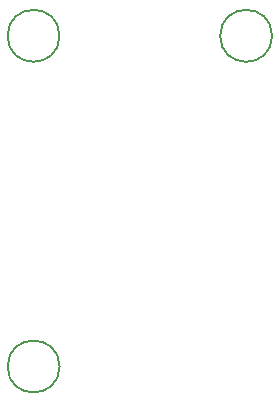
<source format=gbr>
%TF.GenerationSoftware,KiCad,Pcbnew,8.0.6*%
%TF.CreationDate,2024-11-13T15:18:57+00:00*%
%TF.ProjectId,AliceMini,416c6963-654d-4696-9e69-2e6b69636164,rev?*%
%TF.SameCoordinates,Original*%
%TF.FileFunction,Other,Comment*%
%FSLAX46Y46*%
G04 Gerber Fmt 4.6, Leading zero omitted, Abs format (unit mm)*
G04 Created by KiCad (PCBNEW 8.0.6) date 2024-11-13 15:18:57*
%MOMM*%
%LPD*%
G01*
G04 APERTURE LIST*
%ADD10C,0.150000*%
G04 APERTURE END LIST*
D10*
%TO.C,H1*%
X105200000Y-103000000D02*
G75*
G02*
X100800000Y-103000000I-2200000J0D01*
G01*
X100800000Y-103000000D02*
G75*
G02*
X105200000Y-103000000I2200000J0D01*
G01*
%TO.C,H3*%
X105200000Y-131000000D02*
G75*
G02*
X100800000Y-131000000I-2200000J0D01*
G01*
X100800000Y-131000000D02*
G75*
G02*
X105200000Y-131000000I2200000J0D01*
G01*
%TO.C,H2*%
X123200000Y-103000000D02*
G75*
G02*
X118800000Y-103000000I-2200000J0D01*
G01*
X118800000Y-103000000D02*
G75*
G02*
X123200000Y-103000000I2200000J0D01*
G01*
%TD*%
M02*

</source>
